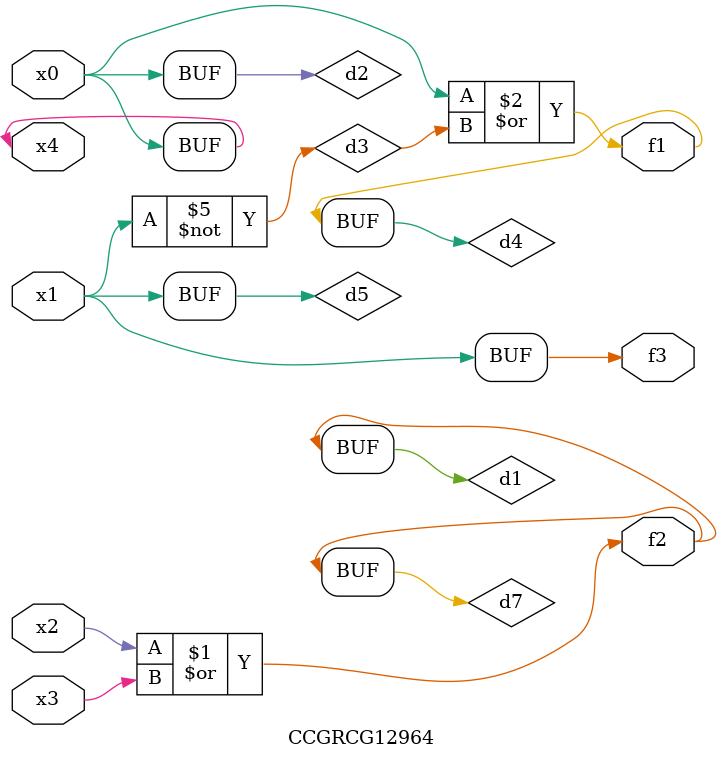
<source format=v>
module CCGRCG12964(
	input x0, x1, x2, x3, x4,
	output f1, f2, f3
);

	wire d1, d2, d3, d4, d5, d6, d7;

	or (d1, x2, x3);
	buf (d2, x0, x4);
	not (d3, x1);
	or (d4, d2, d3);
	not (d5, d3);
	nand (d6, d1, d3);
	or (d7, d1);
	assign f1 = d4;
	assign f2 = d7;
	assign f3 = d5;
endmodule

</source>
